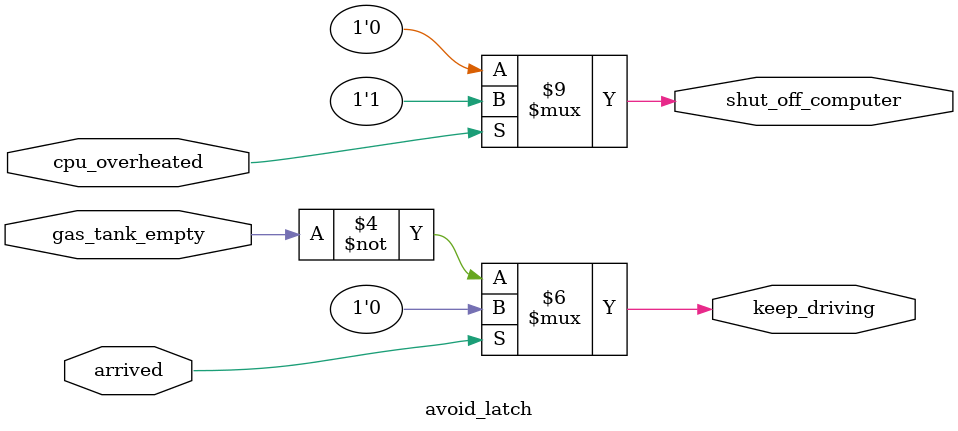
<source format=v>


// If (cpu_overheated) then shut_off_computer = 1;
// If (~arrived) then keep_driving = ~gas_tank_empty;
// Syntactically-correct code does not necessarily result in a reasonable circuit (combinational logic + flip-flops). 
// The usual reason is: "What happens in the cases other than those you specified?". Verilog's answer is: Keep the outputs unchanged.

// This behaviour of "keep outputs unchanged" means the current state needs to be remembered, and thus produces a latch. 
// Combinational logic (e.g., logic gates) cannot remember any state. Watch out for Warning (10240): ... inferring latch(es)" messages. 
// Unless the latch was intentional, it almost always indicates a bug. Combinational circuits must have a value assigned to all outputs under all conditions. 
// This usually means you always need else clauses or a default value assigned to the outputs.

module avoid_latch (
    input      cpu_overheated,
    output reg shut_off_computer,
    input      arrived,
    input      gas_tank_empty,
    output reg keep_driving  ); //

    always @(*) begin
        if (cpu_overheated)
           shut_off_computer = 1;
        else
            shut_off_computer = 0;
    end

    always @(*) begin
        if (~arrived)
           keep_driving = ~gas_tank_empty;
        else
            keep_driving = 0;
    end

endmodule

</source>
